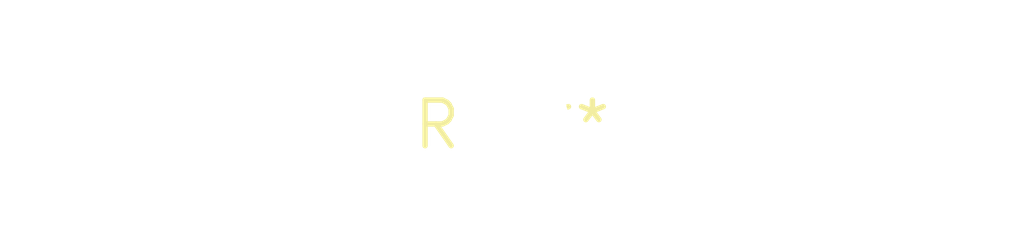
<source format=kicad_pcb>
(kicad_pcb (version 20240108) (generator pcbnew)
  (layers (0 "F.Cu" signal) (31 "B.Cu" signal) (34 "B.Paste" user) (35 "F.Paste" user) (36 "B.SilkS" user "B.Silkscreen") (37 "F.SilkS" user "F.Silkscreen") (38 "B.Mask" user) (39 "F.Mask" user) (44 "Edge.Cuts" user))
  (net 0 "")
  (footprint "MountingHole_3.2mm_M3_Pad" (layer "F.Cu") (at 0 0)
    (property "Reference" "REF**")
    (property "Value" "MountingHole_3.2mm_M3_Pad")
    (pad "1" thru_hole circle (at 0 0) (size 6.4 6.4) (drill 3.2) (layers *.Cu *.Mask) (remove_unused_layers))
  )
)
</source>
